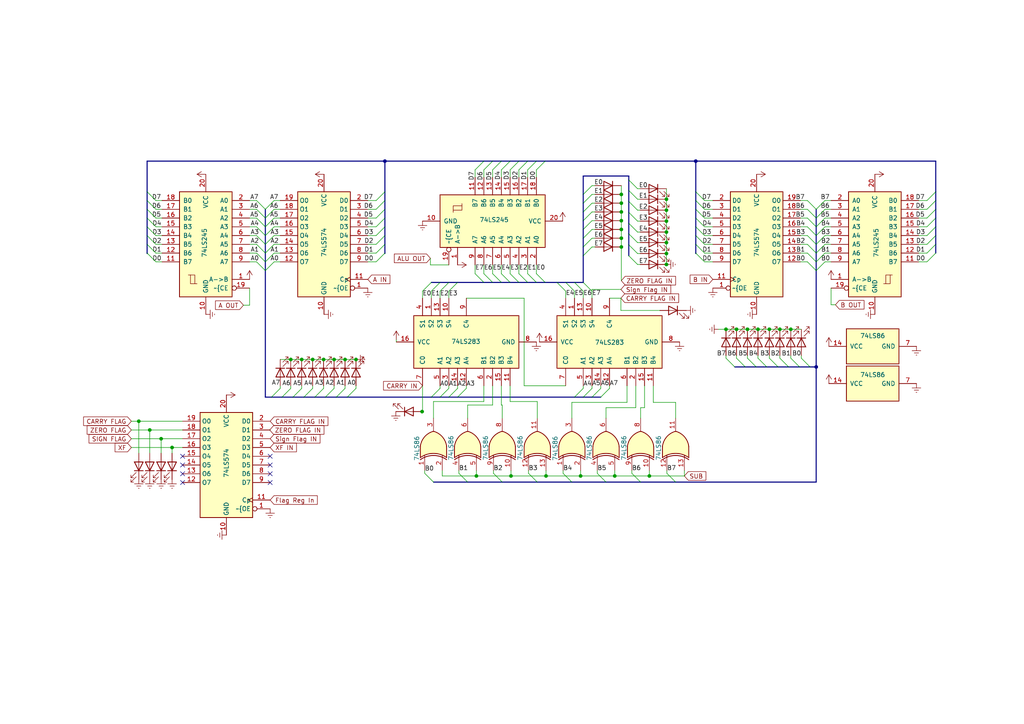
<source format=kicad_sch>
(kicad_sch (version 20211123) (generator eeschema)
  (paper "A4")
  (title_block (title "Processor-ALU") (date "2023-05-30") (rev "Last ") (company "Tonikiller10000"))
  (junction (at 87.503 104.267))
  (junction (at 219.837 95.504))
  (junction (at 229.362 95.504))
  (junction (at 180.213 61.468))
  (junction (at 180.213 69.088))
  (junction (at 180.213 58.928))
  (junction (at 193.294 73.533))
  (junction (at 103.251 104.267))
  (junction (at 223.139 95.504))
  (junction (at 93.853 104.267))
  (junction (at 216.789 95.504))
  (junction (at 43.434 124.714))
  (junction (at 193.294 60.96))
  (junction (at 226.187 95.504))
  (junction (at 49.911 129.794))
  (junction (at 96.901 104.267))
  (junction (at 178.308 138.049))
  (junction (at 193.294 67.31))
  (junction (at 201.803 46.736))
  (junction (at 188.341 138.049))
  (junction (at 180.213 71.628))
  (junction (at 168.402 138.049))
  (junction (at 100.076 104.267))
  (junction (at 46.736 127.254))
  (junction (at 148.209 138.049))
  (junction (at 138.176 138.049))
  (junction (at 180.213 64.008))
  (junction (at 193.294 70.358))
  (junction (at 193.294 57.785))
  (junction (at 122.428 119.38))
  (junction (at 213.614 95.504))
  (junction (at 236.728 106.426))
  (junction (at 210.566 95.504))
  (junction (at 90.678 104.267))
  (junction (at 111.633 46.736))
  (junction (at 158.369 138.049))
  (junction (at 40.259 122.174))
  (junction (at 180.213 56.388))
  (junction (at 180.213 66.548))
  (junction (at 193.294 76.708))
  (junction (at 193.294 64.135))
  (junction (at 84.328 104.267))
  (no_connect (at 52.959 132.334))
  (no_connect (at 52.959 134.874))
  (no_connect (at 52.959 137.414))
  (no_connect (at 52.959 139.954))
  (no_connect (at 78.359 137.414))
  (no_connect (at 78.359 134.874))
  (no_connect (at 78.359 139.954))
  (no_connect (at 78.359 132.334))
  (bus_entry (at 271.399 58.166) (size -2.54 2.54))
  (bus_entry (at 182.372 74.168) (size 2.54 2.54))
  (bus_entry (at 150.495 81.915) (size -2.54 -2.54))
  (bus_entry (at 216.154 106.426) (size -2.54 -2.54))
  (bus_entry (at 271.399 73.406) (size -2.54 2.54))
  (bus_entry (at 201.803 58.166) (size 2.54 2.54))
  (bus_entry (at 111.633 73.406) (size -2.54 2.54))
  (bus_entry (at 201.803 63.246) (size 2.54 2.54))
  (bus_entry (at 158.115 81.915) (size -2.54 -2.54))
  (bus_entry (at 271.399 70.866) (size -2.54 2.54))
  (bus_entry (at 234.95 106.426) (size -2.54 -2.54))
  (bus_entry (at 201.803 60.706) (size 2.54 2.54))
  (bus_entry (at 142.875 81.915) (size -2.54 -2.54))
  (bus_entry (at 182.372 64.77) (size 2.54 2.54))
  (bus_entry (at 182.372 52.197) (size 2.54 2.54))
  (bus_entry (at 271.399 60.706) (size -2.54 2.54))
  (bus_entry (at 147.955 81.915) (size -2.54 -2.54))
  (bus_entry (at 143.129 137.287) (size 2.54 2.54))
  (bus_entry (at 173.228 137.287) (size 2.54 2.54))
  (bus_entry (at 81.788 115.189) (size 2.54 -2.54))
  (bus_entry (at 236.728 70.866) (size 2.54 -2.54))
  (bus_entry (at 234.188 65.786) (size 2.54 2.54))
  (bus_entry (at 125.095 81.915) (size -2.54 2.54))
  (bus_entry (at 145.415 81.915) (size -2.54 -2.54))
  (bus_entry (at 231.902 106.426) (size -2.54 -2.54))
  (bus_entry (at 111.633 65.786) (size -2.54 2.54))
  (bus_entry (at 169.164 66.548) (size 2.54 -2.54))
  (bus_entry (at 182.372 55.245) (size 2.54 2.54))
  (bus_entry (at 213.106 106.426) (size -2.54 -2.54))
  (bus_entry (at 74.422 60.706) (size 2.54 2.54))
  (bus_entry (at 130.175 112.649) (size -2.54 2.54))
  (bus_entry (at 219.329 106.426) (size -2.54 -2.54))
  (bus_entry (at 236.728 78.486) (size 2.54 -2.54))
  (bus_entry (at 142.875 46.736) (size -2.54 2.54))
  (bus_entry (at 155.575 46.736) (size -2.54 2.54))
  (bus_entry (at 84.963 115.189) (size 2.54 -2.54))
  (bus_entry (at 176.784 112.649) (size -2.54 2.54))
  (bus_entry (at 164.084 81.915) (size 2.54 2.54))
  (bus_entry (at 111.633 68.326) (size -2.54 2.54))
  (bus_entry (at 174.244 112.649) (size -2.54 2.54))
  (bus_entry (at 147.955 46.736) (size -2.54 2.54))
  (bus_entry (at 271.399 63.246) (size -2.54 2.54))
  (bus_entry (at 132.715 112.649) (size -2.54 2.54))
  (bus_entry (at 271.399 68.326) (size -2.54 2.54))
  (bus_entry (at 132.715 81.915) (size -2.54 2.54))
  (bus_entry (at 111.633 70.866) (size -2.54 2.54))
  (bus_entry (at 182.372 61.595) (size 2.54 2.54))
  (bus_entry (at 171.704 112.649) (size -2.54 2.54))
  (bus_entry (at 155.575 81.915) (size -2.54 -2.54))
  (bus_entry (at 127.635 112.649) (size -2.54 2.54))
  (bus_entry (at 228.727 106.426) (size -2.54 -2.54))
  (bus_entry (at 76.962 70.866) (size 2.54 -2.54))
  (bus_entry (at 42.672 55.626) (size 2.54 2.54))
  (bus_entry (at 236.728 60.706) (size 2.54 -2.54))
  (bus_entry (at 140.335 46.736) (size -2.54 2.54))
  (bus_entry (at 182.372 70.993) (size 2.54 2.54))
  (bus_entry (at 74.422 70.866) (size 2.54 2.54))
  (bus_entry (at 201.803 65.786) (size 2.54 2.54))
  (bus_entry (at 42.672 65.786) (size 2.54 2.54))
  (bus_entry (at 271.399 65.786) (size -2.54 2.54))
  (bus_entry (at 236.728 65.786) (size 2.54 -2.54))
  (bus_entry (at 271.399 55.626) (size -2.54 2.54))
  (bus_entry (at 225.679 106.426) (size -2.54 -2.54))
  (bus_entry (at 74.422 68.326) (size 2.54 2.54))
  (bus_entry (at 169.164 61.468) (size 2.54 -2.54))
  (bus_entry (at 88.138 115.189) (size 2.54 -2.54))
  (bus_entry (at 111.633 58.166) (size -2.54 2.54))
  (bus_entry (at 130.175 81.915) (size -2.54 2.54))
  (bus_entry (at 78.74 115.189) (size 2.54 -2.54))
  (bus_entry (at 193.421 137.287) (size 2.54 2.54))
  (bus_entry (at 163.322 137.287) (size 2.54 2.54))
  (bus_entry (at 153.035 46.736) (size -2.54 2.54))
  (bus_entry (at 140.335 81.915) (size -2.54 -2.54))
  (bus_entry (at 76.962 75.946) (size 2.54 -2.54))
  (bus_entry (at 123.19 137.287) (size 2.54 2.54))
  (bus_entry (at 74.422 58.166) (size 2.54 2.54))
  (bus_entry (at 97.536 115.189) (size 2.54 -2.54))
  (bus_entry (at 145.415 46.736) (size -2.54 2.54))
  (bus_entry (at 153.035 81.915) (size -2.54 -2.54))
  (bus_entry (at 76.962 60.706) (size 2.54 -2.54))
  (bus_entry (at 166.624 81.915) (size 2.54 2.54))
  (bus_entry (at 42.672 73.406) (size 2.54 2.54))
  (bus_entry (at 234.188 68.326) (size 2.54 2.54))
  (bus_entry (at 74.422 65.786) (size 2.54 2.54))
  (bus_entry (at 42.672 63.246) (size 2.54 2.54))
  (bus_entry (at 201.803 68.326) (size 2.54 2.54))
  (bus_entry (at 234.188 63.246) (size 2.54 2.54))
  (bus_entry (at 234.188 75.946) (size 2.54 2.54))
  (bus_entry (at 42.672 60.706) (size 2.54 2.54))
  (bus_entry (at 169.164 112.649) (size -2.54 2.54))
  (bus_entry (at 74.422 75.946) (size 2.54 2.54))
  (bus_entry (at 169.164 71.628) (size 2.54 -2.54))
  (bus_entry (at 111.633 60.706) (size -2.54 2.54))
  (bus_entry (at 135.255 112.649) (size -2.54 2.54))
  (bus_entry (at 76.962 78.486) (size 2.54 -2.54))
  (bus_entry (at 169.164 56.388) (size 2.54 -2.54))
  (bus_entry (at 91.313 115.189) (size 2.54 -2.54))
  (bus_entry (at 236.728 73.406) (size 2.54 -2.54))
  (bus_entry (at 76.962 68.326) (size 2.54 -2.54))
  (bus_entry (at 236.728 63.246) (size 2.54 -2.54))
  (bus_entry (at 111.633 55.626) (size -2.54 2.54))
  (bus_entry (at 234.188 73.406) (size 2.54 2.54))
  (bus_entry (at 42.672 58.166) (size 2.54 2.54))
  (bus_entry (at 76.962 73.406) (size 2.54 -2.54))
  (bus_entry (at 201.803 73.406) (size 2.54 2.54))
  (bus_entry (at 201.803 55.626) (size 2.54 2.54))
  (bus_entry (at 236.728 75.946) (size 2.54 -2.54))
  (bus_entry (at 111.633 63.246) (size -2.54 2.54))
  (bus_entry (at 222.377 106.426) (size -2.54 -2.54))
  (bus_entry (at 169.164 64.008) (size 2.54 -2.54))
  (bus_entry (at 183.261 137.287) (size 2.54 2.54))
  (bus_entry (at 127.635 81.915) (size -2.54 2.54))
  (bus_entry (at 133.096 137.287) (size 2.54 2.54))
  (bus_entry (at 161.544 81.915) (size 2.54 2.54))
  (bus_entry (at 153.289 137.287) (size 2.54 2.54))
  (bus_entry (at 42.672 68.326) (size 2.54 2.54))
  (bus_entry (at 169.164 81.915) (size 2.54 2.54))
  (bus_entry (at 74.422 63.246) (size 2.54 2.54))
  (bus_entry (at 234.188 60.706) (size 2.54 2.54))
  (bus_entry (at 158.115 46.736) (size -2.54 2.54))
  (bus_entry (at 169.164 69.088) (size 2.54 -2.54))
  (bus_entry (at 234.188 58.166) (size 2.54 2.54))
  (bus_entry (at 169.164 74.168) (size 2.54 -2.54))
  (bus_entry (at 76.962 65.786) (size 2.54 -2.54))
  (bus_entry (at 182.372 58.42) (size 2.54 2.54))
  (bus_entry (at 169.164 58.928) (size 2.54 -2.54))
  (bus_entry (at 150.495 46.736) (size -2.54 2.54))
  (bus_entry (at 201.803 70.866) (size 2.54 2.54))
  (bus_entry (at 94.361 115.189) (size 2.54 -2.54))
  (bus_entry (at 42.672 70.866) (size 2.54 2.54))
  (bus_entry (at 100.711 115.189) (size 2.54 -2.54))
  (bus_entry (at 236.728 68.326) (size 2.54 -2.54))
  (bus_entry (at 74.422 73.406) (size 2.54 2.54))
  (bus_entry (at 76.962 63.246) (size 2.54 -2.54))
  (bus_entry (at 182.372 67.818) (size 2.54 2.54))
  (bus_entry (at 234.188 70.866) (size 2.54 2.54))
  (bus (pts (xy 236.728 75.946) (xy 236.728 78.486)))
  (wire (pts (xy 171.704 71.628) (xy 172.593 71.628)))
  (wire (pts (xy 72.39 68.326) (xy 74.422 68.326)))
  (wire (pts (xy 152.019 86.487) (xy 152.019 111.887)))
  (wire (pts (xy 45.212 68.326) (xy 46.99 68.326)))
  (wire (pts (xy 40.259 122.174) (xy 40.259 131.445)))
  (bus (pts (xy 201.803 65.786) (xy 201.803 68.326)))
  (wire (pts (xy 79.502 70.866) (xy 81.28 70.866)))
  (wire (pts (xy 72.39 73.406) (xy 74.422 73.406)))
  (wire (pts (xy 132.715 111.887) (xy 132.715 112.649)))
  (bus (pts (xy 155.829 139.827) (xy 165.862 139.827)))
  (bus (pts (xy 150.495 46.736) (xy 147.955 46.736)))
  (bus (pts (xy 201.803 60.706) (xy 201.803 63.246)))
  (bus (pts (xy 76.962 70.866) (xy 76.962 73.406)))
  (wire (pts (xy 204.343 65.786) (xy 206.756 65.786)))
  (bus (pts (xy 155.575 46.736) (xy 153.035 46.736)))
  (bus (pts (xy 166.624 115.189) (xy 132.715 115.189)))
  (wire (pts (xy 145.415 49.276) (xy 145.415 51.435)))
  (wire (pts (xy 128.27 136.525) (xy 128.27 138.049)))
  (bus (pts (xy 145.669 139.827) (xy 155.829 139.827)))
  (wire (pts (xy 147.955 116.459) (xy 147.955 111.887)))
  (wire (pts (xy 189.484 116.713) (xy 189.484 111.887)))
  (bus (pts (xy 94.361 115.189) (xy 97.536 115.189)))
  (wire (pts (xy 239.268 65.786) (xy 241.046 65.786)))
  (wire (pts (xy 145.669 117.475) (xy 145.669 121.285)))
  (wire (pts (xy 138.176 138.049) (xy 138.176 136.525)))
  (wire (pts (xy 232.156 75.946) (xy 234.188 75.946)))
  (wire (pts (xy 130.175 84.455) (xy 130.175 86.487)))
  (bus (pts (xy 182.372 58.42) (xy 182.372 61.595)))
  (wire (pts (xy 84.328 104.267) (xy 87.503 104.267)))
  (wire (pts (xy 268.859 70.866) (xy 266.446 70.866)))
  (bus (pts (xy 164.084 81.915) (xy 166.624 81.915)))
  (wire (pts (xy 193.294 60.96) (xy 193.294 64.135)))
  (bus (pts (xy 201.803 63.246) (xy 201.803 65.786)))
  (bus (pts (xy 76.962 63.246) (xy 76.962 65.786)))
  (wire (pts (xy 232.156 70.866) (xy 234.188 70.866)))
  (wire (pts (xy 232.156 68.326) (xy 234.188 68.326)))
  (wire (pts (xy 242.316 88.392) (xy 241.046 88.392)))
  (bus (pts (xy 175.768 139.827) (xy 185.801 139.827)))
  (wire (pts (xy 155.829 121.285) (xy 155.829 116.459)))
  (wire (pts (xy 145.415 117.475) (xy 145.415 111.887)))
  (wire (pts (xy 184.912 64.135) (xy 185.674 64.135)))
  (bus (pts (xy 201.803 58.166) (xy 201.803 60.706)))
  (wire (pts (xy 184.912 57.785) (xy 185.674 57.785)))
  (wire (pts (xy 109.093 68.326) (xy 106.68 68.326)))
  (bus (pts (xy 150.495 81.915) (xy 153.035 81.915)))
  (bus (pts (xy 234.95 106.426) (xy 236.728 106.426)))
  (wire (pts (xy 72.39 75.946) (xy 74.422 75.946)))
  (wire (pts (xy 72.39 58.166) (xy 74.422 58.166)))
  (bus (pts (xy 42.672 46.736) (xy 111.633 46.736)))
  (wire (pts (xy 81.28 104.267) (xy 84.328 104.267)))
  (wire (pts (xy 79.502 58.166) (xy 81.28 58.166)))
  (wire (pts (xy 232.156 65.786) (xy 234.188 65.786)))
  (bus (pts (xy 76.962 68.326) (xy 76.962 70.866)))
  (bus (pts (xy 222.377 106.426) (xy 219.329 106.426)))
  (bus (pts (xy 236.728 70.866) (xy 236.728 73.406)))
  (wire (pts (xy 155.575 49.276) (xy 155.575 51.435)))
  (wire (pts (xy 122.555 84.455) (xy 122.555 86.487)))
  (wire (pts (xy 180.213 56.388) (xy 180.213 58.928)))
  (bus (pts (xy 219.329 106.426) (xy 216.154 106.426)))
  (wire (pts (xy 193.294 73.533) (xy 193.294 76.708)))
  (wire (pts (xy 184.912 76.708) (xy 185.674 76.708)))
  (wire (pts (xy 168.402 138.049) (xy 168.402 136.525)))
  (wire (pts (xy 185.801 118.237) (xy 186.944 118.237)))
  (wire (pts (xy 208.407 95.504) (xy 210.566 95.504)))
  (bus (pts (xy 111.633 46.736) (xy 111.633 55.626)))
  (wire (pts (xy 204.343 58.166) (xy 206.756 58.166)))
  (bus (pts (xy 111.633 70.866) (xy 111.633 73.406)))
  (wire (pts (xy 140.335 116.459) (xy 140.335 111.887)))
  (bus (pts (xy 271.399 58.166) (xy 271.399 60.706)))
  (wire (pts (xy 46.736 127.254) (xy 46.736 131.445)))
  (wire (pts (xy 125.095 84.455) (xy 125.095 86.487)))
  (wire (pts (xy 127.635 84.455) (xy 127.635 86.487)))
  (wire (pts (xy 138.176 138.049) (xy 148.209 138.049)))
  (wire (pts (xy 268.859 58.166) (xy 266.446 58.166)))
  (bus (pts (xy 111.633 55.626) (xy 111.633 58.166)))
  (bus (pts (xy 182.372 51.054) (xy 169.164 51.054)))
  (bus (pts (xy 147.955 46.736) (xy 145.415 46.736)))
  (wire (pts (xy 40.259 122.174) (xy 52.959 122.174)))
  (bus (pts (xy 111.633 46.736) (xy 140.335 46.736)))
  (bus (pts (xy 182.372 64.77) (xy 182.372 67.818)))
  (bus (pts (xy 111.633 65.786) (xy 111.633 68.326)))
  (bus (pts (xy 182.372 51.054) (xy 182.372 52.197)))
  (wire (pts (xy 174.244 111.887) (xy 174.244 112.649)))
  (bus (pts (xy 201.803 73.406) (xy 201.803 73.533)))
  (bus (pts (xy 236.728 60.706) (xy 236.728 63.246)))
  (wire (pts (xy 43.434 124.714) (xy 52.959 124.714)))
  (wire (pts (xy 79.502 63.246) (xy 81.28 63.246)))
  (bus (pts (xy 42.672 73.406) (xy 42.672 73.533)))
  (bus (pts (xy 231.902 106.426) (xy 228.727 106.426)))
  (bus (pts (xy 182.372 67.818) (xy 182.372 70.993)))
  (wire (pts (xy 135.636 117.475) (xy 142.875 117.475)))
  (bus (pts (xy 169.164 64.008) (xy 169.164 66.548)))
  (wire (pts (xy 193.294 54.737) (xy 193.294 57.785)))
  (bus (pts (xy 271.399 65.786) (xy 271.399 68.326)))
  (wire (pts (xy 193.421 136.525) (xy 193.421 137.287)))
  (wire (pts (xy 239.268 75.946) (xy 241.046 75.946)))
  (bus (pts (xy 228.727 106.426) (xy 225.679 106.426)))
  (wire (pts (xy 109.093 65.786) (xy 106.68 65.786)))
  (wire (pts (xy 180.086 86.487) (xy 176.784 86.487)))
  (bus (pts (xy 125.73 139.827) (xy 135.636 139.827)))
  (wire (pts (xy 142.875 49.276) (xy 142.875 51.435)))
  (wire (pts (xy 185.801 121.285) (xy 185.801 118.237)))
  (wire (pts (xy 100.076 104.267) (xy 103.251 104.267)))
  (bus (pts (xy 185.801 139.827) (xy 195.961 139.827)))
  (bus (pts (xy 236.728 139.827) (xy 236.728 106.426)))
  (wire (pts (xy 176.784 111.887) (xy 176.784 112.649)))
  (bus (pts (xy 169.164 71.628) (xy 169.164 74.168)))
  (wire (pts (xy 140.335 49.276) (xy 140.335 51.435)))
  (wire (pts (xy 195.961 116.713) (xy 189.484 116.713)))
  (wire (pts (xy 90.678 111.887) (xy 90.678 112.649)))
  (bus (pts (xy 130.175 115.189) (xy 127.635 115.189)))
  (bus (pts (xy 236.728 68.326) (xy 236.728 70.866)))
  (wire (pts (xy 184.912 73.533) (xy 185.674 73.533)))
  (wire (pts (xy 81.28 112.649) (xy 81.28 111.887)))
  (wire (pts (xy 155.829 116.459) (xy 147.955 116.459)))
  (bus (pts (xy 42.672 55.626) (xy 42.672 58.166)))
  (wire (pts (xy 171.704 66.548) (xy 172.593 66.548)))
  (bus (pts (xy 271.399 60.706) (xy 271.399 63.246)))
  (bus (pts (xy 236.728 63.246) (xy 236.728 65.786)))
  (bus (pts (xy 169.164 51.054) (xy 169.164 56.388)))
  (wire (pts (xy 239.268 70.866) (xy 241.046 70.866)))
  (wire (pts (xy 38.1 124.714) (xy 43.434 124.714)))
  (wire (pts (xy 79.502 60.706) (xy 81.28 60.706)))
  (wire (pts (xy 45.212 65.786) (xy 46.99 65.786)))
  (bus (pts (xy 201.803 46.736) (xy 271.399 46.736)))
  (wire (pts (xy 239.268 68.326) (xy 241.046 68.326)))
  (bus (pts (xy 155.575 46.736) (xy 158.115 46.736)))
  (bus (pts (xy 271.399 55.626) (xy 271.399 58.166)))
  (wire (pts (xy 165.862 121.285) (xy 165.862 116.713)))
  (wire (pts (xy 155.575 79.375) (xy 155.575 76.835)))
  (bus (pts (xy 76.962 75.946) (xy 76.962 78.486)))
  (bus (pts (xy 111.633 58.166) (xy 111.633 60.706)))
  (wire (pts (xy 241.046 88.392) (xy 241.046 83.566)))
  (wire (pts (xy 166.624 84.455) (xy 166.624 86.487)))
  (wire (pts (xy 135.255 111.887) (xy 135.255 112.649)))
  (bus (pts (xy 127.635 115.189) (xy 125.095 115.189)))
  (wire (pts (xy 268.859 63.246) (xy 266.446 63.246)))
  (bus (pts (xy 236.728 65.786) (xy 236.728 68.326)))
  (bus (pts (xy 271.399 68.326) (xy 271.399 70.866)))
  (bus (pts (xy 169.164 69.088) (xy 169.164 71.628)))
  (wire (pts (xy 195.961 121.285) (xy 195.961 116.713)))
  (wire (pts (xy 100.076 112.649) (xy 100.076 111.887)))
  (bus (pts (xy 158.115 46.736) (xy 201.803 46.736)))
  (wire (pts (xy 219.837 95.504) (xy 223.139 95.504)))
  (bus (pts (xy 42.672 58.166) (xy 42.672 60.706)))
  (bus (pts (xy 125.095 115.189) (xy 100.711 115.189)))
  (wire (pts (xy 204.343 75.946) (xy 206.756 75.946)))
  (wire (pts (xy 45.212 70.866) (xy 46.99 70.866)))
  (bus (pts (xy 216.154 106.426) (xy 213.106 106.426)))
  (wire (pts (xy 213.614 103.886) (xy 213.614 103.124)))
  (bus (pts (xy 169.164 66.548) (xy 169.164 69.088)))
  (wire (pts (xy 153.035 79.375) (xy 153.035 76.835)))
  (wire (pts (xy 125.73 121.285) (xy 125.73 116.459)))
  (wire (pts (xy 223.139 95.504) (xy 226.187 95.504)))
  (wire (pts (xy 184.404 118.237) (xy 184.404 111.887)))
  (wire (pts (xy 147.955 49.276) (xy 147.955 51.435)))
  (wire (pts (xy 140.335 79.375) (xy 140.335 76.835)))
  (wire (pts (xy 219.837 103.886) (xy 219.837 103.124)))
  (wire (pts (xy 96.901 112.649) (xy 96.901 111.887)))
  (bus (pts (xy 42.672 55.626) (xy 42.672 46.736)))
  (bus (pts (xy 201.803 68.326) (xy 201.803 70.866)))
  (wire (pts (xy 180.213 81.407) (xy 180.213 71.628)))
  (bus (pts (xy 91.313 115.189) (xy 94.361 115.189)))
  (bus (pts (xy 271.399 46.736) (xy 271.399 55.626)))
  (wire (pts (xy 171.704 84.455) (xy 171.704 86.487)))
  (wire (pts (xy 38.1 127.254) (xy 46.736 127.254)))
  (wire (pts (xy 128.27 138.049) (xy 138.176 138.049)))
  (wire (pts (xy 153.035 49.276) (xy 153.035 51.435)))
  (wire (pts (xy 180.213 58.928) (xy 180.213 61.468)))
  (wire (pts (xy 72.39 70.866) (xy 74.422 70.866)))
  (wire (pts (xy 268.859 73.406) (xy 266.446 73.406)))
  (wire (pts (xy 46.736 127.254) (xy 52.959 127.254)))
  (bus (pts (xy 169.164 115.189) (xy 166.624 115.189)))
  (wire (pts (xy 216.789 95.504) (xy 219.837 95.504)))
  (wire (pts (xy 96.901 104.267) (xy 100.076 104.267)))
  (bus (pts (xy 236.728 73.406) (xy 236.728 75.946)))
  (bus (pts (xy 130.175 81.915) (xy 132.715 81.915)))
  (wire (pts (xy 133.096 136.525) (xy 133.096 137.287)))
  (wire (pts (xy 183.261 136.525) (xy 183.261 137.287)))
  (wire (pts (xy 168.402 138.049) (xy 178.308 138.049)))
  (wire (pts (xy 93.853 104.267) (xy 96.901 104.267)))
  (wire (pts (xy 198.501 138.049) (xy 198.501 136.525)))
  (wire (pts (xy 72.39 60.706) (xy 74.422 60.706)))
  (wire (pts (xy 150.495 49.276) (xy 150.495 51.435)))
  (wire (pts (xy 145.415 79.375) (xy 145.415 76.835)))
  (bus (pts (xy 147.955 81.915) (xy 150.495 81.915)))
  (wire (pts (xy 180.213 69.088) (xy 180.213 71.628)))
  (bus (pts (xy 182.372 61.595) (xy 182.372 64.77)))
  (wire (pts (xy 191.389 90.043) (xy 180.086 90.043)))
  (wire (pts (xy 184.912 54.737) (xy 185.674 54.737)))
  (wire (pts (xy 43.434 124.714) (xy 43.434 131.445)))
  (wire (pts (xy 204.343 60.706) (xy 206.756 60.706)))
  (wire (pts (xy 109.093 60.706) (xy 106.68 60.706)))
  (bus (pts (xy 201.803 46.736) (xy 201.803 55.626)))
  (wire (pts (xy 239.268 60.706) (xy 241.046 60.706)))
  (bus (pts (xy 42.672 70.866) (xy 42.672 73.406)))
  (wire (pts (xy 72.39 65.786) (xy 74.422 65.786)))
  (wire (pts (xy 180.213 64.008) (xy 180.213 66.548)))
  (wire (pts (xy 184.912 67.31) (xy 185.674 67.31)))
  (wire (pts (xy 180.213 66.548) (xy 180.213 69.088)))
  (bus (pts (xy 169.164 56.388) (xy 169.164 58.928)))
  (wire (pts (xy 171.704 58.928) (xy 172.593 58.928)))
  (bus (pts (xy 225.679 106.426) (xy 222.377 106.426)))
  (wire (pts (xy 193.294 57.785) (xy 193.294 60.96)))
  (bus (pts (xy 97.536 115.189) (xy 100.711 115.189)))
  (wire (pts (xy 153.289 136.525) (xy 153.289 137.287)))
  (bus (pts (xy 140.335 46.736) (xy 142.875 46.736)))
  (wire (pts (xy 122.555 111.887) (xy 122.555 119.38)))
  (wire (pts (xy 229.362 103.886) (xy 229.362 103.124)))
  (wire (pts (xy 49.911 129.794) (xy 52.959 129.794)))
  (wire (pts (xy 124.841 76.835) (xy 124.841 74.93)))
  (bus (pts (xy 195.961 139.827) (xy 236.728 139.827)))
  (bus (pts (xy 76.962 115.189) (xy 78.74 115.189)))
  (wire (pts (xy 158.369 138.049) (xy 158.369 136.525)))
  (bus (pts (xy 182.372 55.245) (xy 182.372 58.42)))
  (bus (pts (xy 165.862 139.827) (xy 175.768 139.827)))
  (wire (pts (xy 171.704 61.468) (xy 172.593 61.468)))
  (wire (pts (xy 135.255 86.487) (xy 152.019 86.487)))
  (wire (pts (xy 84.328 112.649) (xy 84.328 111.887)))
  (wire (pts (xy 45.212 73.406) (xy 46.99 73.406)))
  (wire (pts (xy 137.795 79.375) (xy 137.795 76.835)))
  (wire (pts (xy 38.1 122.174) (xy 40.259 122.174)))
  (wire (pts (xy 173.228 136.525) (xy 173.228 137.287)))
  (bus (pts (xy 42.672 68.326) (xy 42.672 70.866)))
  (wire (pts (xy 171.704 111.887) (xy 171.704 112.649)))
  (bus (pts (xy 169.164 61.468) (xy 169.164 64.008)))
  (wire (pts (xy 268.859 75.946) (xy 266.446 75.946)))
  (wire (pts (xy 145.669 117.475) (xy 145.415 117.475)))
  (wire (pts (xy 169.164 111.887) (xy 169.164 112.649)))
  (bus (pts (xy 236.728 78.486) (xy 236.728 106.426)))
  (bus (pts (xy 161.544 81.915) (xy 164.084 81.915)))
  (wire (pts (xy 127.635 111.887) (xy 127.635 112.649)))
  (bus (pts (xy 111.633 60.706) (xy 111.633 63.246)))
  (wire (pts (xy 188.341 138.049) (xy 188.341 136.525)))
  (bus (pts (xy 135.636 139.827) (xy 145.669 139.827)))
  (wire (pts (xy 109.093 58.166) (xy 106.68 58.166)))
  (wire (pts (xy 171.704 64.008) (xy 172.593 64.008)))
  (wire (pts (xy 226.187 95.504) (xy 229.362 95.504)))
  (wire (pts (xy 216.789 103.886) (xy 216.789 103.124)))
  (wire (pts (xy 210.566 103.886) (xy 210.566 103.124)))
  (wire (pts (xy 93.853 112.649) (xy 93.853 111.887)))
  (wire (pts (xy 171.704 56.388) (xy 172.593 56.388)))
  (bus (pts (xy 155.575 81.915) (xy 158.115 81.915)))
  (bus (pts (xy 78.74 115.189) (xy 81.788 115.189)))
  (wire (pts (xy 226.187 103.886) (xy 226.187 103.124)))
  (wire (pts (xy 148.209 138.049) (xy 148.209 136.525)))
  (bus (pts (xy 142.875 81.915) (xy 145.415 81.915)))
  (wire (pts (xy 142.875 117.475) (xy 142.875 111.887)))
  (wire (pts (xy 90.678 104.267) (xy 93.853 104.267)))
  (wire (pts (xy 232.156 60.706) (xy 234.188 60.706)))
  (wire (pts (xy 137.795 49.276) (xy 137.795 51.435)))
  (wire (pts (xy 175.768 121.285) (xy 175.768 118.237)))
  (bus (pts (xy 81.788 115.189) (xy 84.963 115.189)))
  (wire (pts (xy 103.251 112.649) (xy 103.251 111.887)))
  (wire (pts (xy 193.294 70.358) (xy 193.294 73.533)))
  (wire (pts (xy 171.704 53.848) (xy 172.593 53.848)))
  (bus (pts (xy 111.633 68.326) (xy 111.633 70.866)))
  (wire (pts (xy 180.213 61.468) (xy 180.213 64.008)))
  (wire (pts (xy 79.502 75.946) (xy 81.28 75.946)))
  (wire (pts (xy 87.503 104.267) (xy 90.678 104.267)))
  (wire (pts (xy 164.084 84.455) (xy 164.084 86.487)))
  (bus (pts (xy 42.672 65.786) (xy 42.672 68.326)))
  (wire (pts (xy 193.294 67.31) (xy 193.294 70.358)))
  (wire (pts (xy 38.1 129.794) (xy 49.911 129.794)))
  (wire (pts (xy 150.495 79.375) (xy 150.495 76.835)))
  (wire (pts (xy 181.864 116.713) (xy 181.864 111.887)))
  (wire (pts (xy 188.341 138.049) (xy 198.501 138.049)))
  (bus (pts (xy 76.962 65.786) (xy 76.962 68.326)))
  (bus (pts (xy 182.372 52.197) (xy 182.372 55.245)))
  (bus (pts (xy 145.415 46.736) (xy 142.875 46.736)))
  (wire (pts (xy 130.175 111.887) (xy 130.175 112.649)))
  (wire (pts (xy 72.39 83.566) (xy 72.39 88.519)))
  (wire (pts (xy 45.212 75.946) (xy 46.99 75.946)))
  (bus (pts (xy 145.415 81.915) (xy 147.955 81.915)))
  (bus (pts (xy 153.035 46.736) (xy 150.495 46.736)))
  (wire (pts (xy 180.213 53.848) (xy 180.213 56.388)))
  (wire (pts (xy 147.955 79.375) (xy 147.955 76.835)))
  (wire (pts (xy 268.859 60.706) (xy 266.446 60.706)))
  (wire (pts (xy 186.944 118.237) (xy 186.944 111.887)))
  (wire (pts (xy 123.19 136.525) (xy 123.19 137.287)))
  (wire (pts (xy 165.862 116.713) (xy 181.864 116.713)))
  (wire (pts (xy 204.343 68.326) (xy 206.756 68.326)))
  (wire (pts (xy 184.912 60.96) (xy 185.674 60.96)))
  (wire (pts (xy 109.093 70.866) (xy 106.68 70.866)))
  (wire (pts (xy 109.093 73.406) (xy 106.68 73.406)))
  (bus (pts (xy 76.962 73.406) (xy 76.962 75.946)))
  (wire (pts (xy 239.268 58.166) (xy 241.046 58.166)))
  (wire (pts (xy 204.343 70.866) (xy 206.756 70.866)))
  (wire (pts (xy 268.859 68.326) (xy 266.446 68.326)))
  (wire (pts (xy 114.935 99.187) (xy 114.935 98.552)))
  (bus (pts (xy 84.963 115.189) (xy 88.138 115.189)))
  (bus (pts (xy 127.635 81.915) (xy 130.175 81.915)))
  (wire (pts (xy 184.912 70.358) (xy 185.674 70.358)))
  (wire (pts (xy 45.212 58.166) (xy 46.99 58.166)))
  (wire (pts (xy 204.343 73.406) (xy 206.756 73.406)))
  (wire (pts (xy 178.308 138.049) (xy 178.308 136.525)))
  (wire (pts (xy 45.212 60.706) (xy 46.99 60.706)))
  (bus (pts (xy 153.035 81.915) (xy 155.575 81.915)))
  (bus (pts (xy 111.633 73.406) (xy 111.633 73.533)))
  (wire (pts (xy 178.308 138.049) (xy 188.341 138.049)))
  (bus (pts (xy 158.115 81.915) (xy 161.544 81.915)))
  (wire (pts (xy 193.294 64.135) (xy 193.294 67.31)))
  (bus (pts (xy 111.633 63.246) (xy 111.633 65.786)))
  (wire (pts (xy 213.614 95.504) (xy 216.789 95.504)))
  (wire (pts (xy 79.502 65.786) (xy 81.28 65.786)))
  (wire (pts (xy 142.875 79.375) (xy 142.875 76.835)))
  (wire (pts (xy 232.156 63.246) (xy 234.188 63.246)))
  (wire (pts (xy 163.322 136.525) (xy 163.322 137.287)))
  (bus (pts (xy 271.399 70.866) (xy 271.399 73.406)))
  (wire (pts (xy 125.73 116.459) (xy 140.335 116.459)))
  (bus (pts (xy 231.902 106.426) (xy 234.95 106.426)))
  (bus (pts (xy 201.803 70.866) (xy 201.803 73.406)))
  (wire (pts (xy 232.41 103.886) (xy 232.41 103.124)))
  (bus (pts (xy 42.672 60.706) (xy 42.672 63.246)))
  (wire (pts (xy 180.086 83.947) (xy 171.704 83.947)))
  (wire (pts (xy 152.019 111.887) (xy 164.084 111.887)))
  (wire (pts (xy 171.704 69.088) (xy 172.593 69.088)))
  (wire (pts (xy 49.911 129.794) (xy 49.911 131.445)))
  (wire (pts (xy 223.139 103.886) (xy 223.139 103.124)))
  (wire (pts (xy 175.768 118.237) (xy 184.404 118.237)))
  (wire (pts (xy 180.086 90.043) (xy 180.086 86.487)))
  (wire (pts (xy 158.369 138.049) (xy 168.402 138.049)))
  (wire (pts (xy 204.343 63.246) (xy 206.756 63.246)))
  (bus (pts (xy 182.372 70.993) (xy 182.372 74.168)))
  (wire (pts (xy 232.156 73.406) (xy 234.188 73.406)))
  (wire (pts (xy 78.359 124.714) (xy 78.232 124.714)))
  (wire (pts (xy 169.164 84.455) (xy 169.164 86.487)))
  (wire (pts (xy 109.093 75.946) (xy 106.68 75.946)))
  (wire (pts (xy 79.502 73.406) (xy 81.28 73.406)))
  (wire (pts (xy 232.156 58.166) (xy 234.188 58.166)))
  (bus (pts (xy 88.138 115.189) (xy 91.313 115.189)))
  (bus (pts (xy 174.244 115.189) (xy 171.704 115.189)))
  (bus (pts (xy 132.715 81.915) (xy 140.335 81.915)))
  (bus (pts (xy 125.095 81.915) (xy 127.635 81.915)))
  (wire (pts (xy 79.502 68.326) (xy 81.28 68.326)))
  (wire (pts (xy 210.566 95.504) (xy 213.614 95.504)))
  (wire (pts (xy 239.268 63.246) (xy 241.046 63.246)))
  (bus (pts (xy 271.399 63.246) (xy 271.399 65.786)))
  (bus (pts (xy 76.962 78.486) (xy 76.962 115.189)))
  (wire (pts (xy 135.636 121.285) (xy 135.636 117.475)))
  (wire (pts (xy 143.129 136.525) (xy 143.129 137.287)))
  (bus (pts (xy 140.335 81.915) (xy 142.875 81.915)))
  (wire (pts (xy 72.39 63.246) (xy 74.422 63.246)))
  (bus (pts (xy 76.962 60.706) (xy 76.962 63.246)))
  (bus (pts (xy 42.672 63.246) (xy 42.672 65.786)))
  (wire (pts (xy 122.555 119.38) (xy 122.428 119.38)))
  (wire (pts (xy 45.212 63.246) (xy 46.99 63.246)))
  (bus (pts (xy 171.704 115.189) (xy 169.164 115.189)))
  (bus (pts (xy 169.164 58.928) (xy 169.164 61.468)))
  (wire (pts (xy 87.503 112.649) (xy 87.503 111.887)))
  (wire (pts (xy 268.859 65.786) (xy 266.446 65.786)))
  (wire (pts (xy 229.362 95.504) (xy 232.41 95.504)))
  (bus (pts (xy 132.715 115.189) (xy 130.175 115.189)))
  (bus (pts (xy 169.164 74.168) (xy 169.164 81.915)))
  (wire (pts (xy 72.39 88.519) (xy 70.612 88.519)))
  (wire (pts (xy 171.704 83.947) (xy 171.704 84.455)))
  (wire (pts (xy 130.175 76.835) (xy 124.841 76.835)))
  (wire (pts (xy 109.093 63.246) (xy 106.68 63.246)))
  (bus (pts (xy 201.803 55.626) (xy 201.803 58.166)))
  (wire (pts (xy 239.268 73.406) (xy 241.046 73.406)))
  (wire (pts (xy 148.209 138.049) (xy 158.369 138.049)))
  (bus (pts (xy 166.624 81.915) (xy 169.164 81.915)))
  (label "D1" (at 206.375 73.406 180))
  (label "D3" (at 46.863 68.326 180))
  (label "A7" (at 176.784 112.141 0))
  (label "B1" (at 233.553 73.406 180))
  (label "B1" (at 229.362 103.505 180))
  (label "A0" (at 72.644 75.946 0))
  (label "B5" (at 216.789 103.505 180))
  (label "B4" (at 163.322 136.779 0))
  (label "A7" (at 80.772 58.166 180))
  (label "D3" (at 268.351 68.326 180))
  (label "D2" (at 206.375 70.866 180))
  (label "A1" (at 100.076 112.014 180))
  (label "A6" (at 80.772 60.706 180))
  (label "B4" (at 240.792 65.786 180))
  (label "B7" (at 240.665 58.166 180))
  (label "E1" (at 153.035 78.613 0))
  (label "A0" (at 127.635 112.268 0))
  (label "A6" (at 174.244 112.141 0))
  (label "E5" (at 166.624 85.979 0))
  (label "A2" (at 132.715 112.268 0))
  (label "D5" (at 46.736 63.246 180))
  (label "A2" (at 72.644 70.866 0))
  (label "B2" (at 240.792 70.866 180))
  (label "E7" (at 172.339 71.628 0))
  (label "E2" (at 185.293 60.96 0))
  (label "D3" (at 108.331 68.326 180))
  (label "A4" (at 90.678 112.141 180))
  (label "A7" (at 72.517 58.166 0))
  (label "E5" (at 142.875 78.613 0))
  (label "B1" (at 240.792 73.406 180))
  (label "E7" (at 185.293 76.708 0))
  (label "D6" (at 46.736 60.706 180))
  (label "D4" (at 108.331 65.786 180))
  (label "B5" (at 173.228 136.779 0))
  (label "D7" (at 137.795 49.657 270))
  (label "E4" (at 145.415 78.613 0))
  (label "A6" (at 72.517 60.706 0))
  (label "D6" (at 268.224 60.706 180))
  (label "A2" (at 80.899 70.866 180))
  (label "E0" (at 122.555 86.106 0))
  (label "B7" (at 193.421 136.779 0))
  (label "E6" (at 185.293 73.533 0))
  (label "D0" (at 108.331 75.946 180))
  (label "D2" (at 108.331 70.866 180))
  (label "A1" (at 130.175 112.268 0))
  (label "E5" (at 172.339 66.548 0))
  (label "D4" (at 46.863 65.786 180))
  (label "D5" (at 268.224 63.246 180))
  (label "E2" (at 150.495 78.613 0))
  (label "D5" (at 108.204 63.246 180))
  (label "E1" (at 125.095 86.106 0))
  (label "B0" (at 240.792 75.946 180))
  (label "B7" (at 210.566 103.505 180))
  (label "D0" (at 206.375 75.946 180))
  (label "A4" (at 169.164 112.268 0))
  (label "D1" (at 46.863 73.406 180))
  (label "E7" (at 137.795 78.613 0))
  (label "B2" (at 226.187 103.505 180))
  (label "B2" (at 233.553 70.866 180))
  (label "A4" (at 80.899 65.786 180))
  (label "D1" (at 108.331 73.406 180))
  (label "A0" (at 80.899 75.946 180))
  (label "B0" (at 233.553 75.946 180))
  (label "A1" (at 80.899 73.406 180))
  (label "A3" (at 135.255 112.268 0))
  (label "D7" (at 46.736 58.166 180))
  (label "A3" (at 80.899 68.326 180))
  (label "E2" (at 127.635 86.106 0))
  (label "D0" (at 46.863 75.946 180))
  (label "A3" (at 72.644 68.326 0))
  (label "D2" (at 150.495 49.53 270))
  (label "D1" (at 153.035 49.53 270))
  (label "E6" (at 169.164 85.979 0))
  (label "A5" (at 171.704 112.141 0))
  (label "D4" (at 145.415 49.53 270))
  (label "D0" (at 268.351 75.946 180))
  (label "B6" (at 240.665 60.706 180))
  (label "A7" (at 81.28 112.014 180))
  (label "A5" (at 80.772 63.246 180))
  (label "A6" (at 84.328 112.141 180))
  (label "A4" (at 72.644 65.786 0))
  (label "D6" (at 140.335 49.657 270))
  (label "A5" (at 87.503 112.141 180))
  (label "B3" (at 240.792 68.326 180))
  (label "E3" (at 147.955 78.613 0))
  (label "E2" (at 172.339 58.928 0))
  (label "E0" (at 155.575 78.613 0))
  (label "E6" (at 172.339 69.088 0))
  (label "B4" (at 219.837 103.505 180))
  (label "B2" (at 143.129 136.779 0))
  (label "A1" (at 72.644 73.406 0))
  (label "B3" (at 153.289 136.779 0))
  (label "E1" (at 185.293 57.785 0))
  (label "E3" (at 185.293 64.135 0))
  (label "D6" (at 108.204 60.706 180))
  (label "D5" (at 142.875 49.657 270))
  (label "E0" (at 185.293 54.737 0))
  (label "E4" (at 172.339 64.008 0))
  (label "D6" (at 206.248 60.706 180))
  (label "E5" (at 185.293 70.358 0))
  (label "B1" (at 133.096 136.779 0))
  (label "D2" (at 268.351 70.866 180))
  (label "B0" (at 123.19 136.906 0))
  (label "D5" (at 206.248 63.246 180))
  (label "A2" (at 96.901 112.014 180))
  (label "E6" (at 140.335 78.613 0))
  (label "A0" (at 103.251 112.014 180))
  (label "B3" (at 233.553 68.326 180))
  (label "D3" (at 147.955 49.53 270))
  (label "D0" (at 155.575 49.53 270))
  (label "B3" (at 223.139 103.505 180))
  (label "D3" (at 206.375 68.326 180))
  (label "D4" (at 206.375 65.786 180))
  (label "B0" (at 232.41 103.505 180))
  (label "D7" (at 268.224 58.166 180))
  (label "B7" (at 233.426 58.166 180))
  (label "B6" (at 213.614 103.505 180))
  (label "A5" (at 72.517 63.246 0))
  (label "B5" (at 233.426 63.246 180))
  (label "D2" (at 46.863 70.866 180))
  (label "E0" (at 172.339 53.848 0))
  (label "E7" (at 171.704 85.979 0))
  (label "E4" (at 185.293 67.31 0))
  (label "B6" (at 233.426 60.706 180))
  (label "E1" (at 172.339 56.388 0))
  (label "E3" (at 130.175 86.106 0))
  (label "B5" (at 240.665 63.246 180))
  (label "B4" (at 233.553 65.786 180))
  (label "D4" (at 268.351 65.786 180))
  (label "B6" (at 183.261 136.779 0))
  (label "D7" (at 108.204 58.166 180))
  (label "E3" (at 172.339 61.468 0))
  (label "D7" (at 206.248 58.166 180))
  (label "A3" (at 93.853 112.014 180))
  (label "E4" (at 164.084 85.979 0))
  (label "D1" (at 268.351 73.406 180))
  (global_label "Flag Reg In" (shape input) (at 78.359 145.034 0) (property "Intersheet References" "${INTERSHEET_REFS}" (effects hide)))
  (global_label "ZERO FLAG" (shape input) (at 38.1 124.714 180) (property "Intersheet References" "${INTERSHEET_REFS}" (effects hide)))
  (global_label "SUB" (shape input) (at 198.501 138.049 0) (property "Intersheet References" "${INTERSHEET_REFS}" (effects hide)))
  (global_label "A OUT" (shape input) (at 70.612 88.519 180) (property "Intersheet References" "${INTERSHEET_REFS}" (effects hide)))
  (global_label "Sign Flag IN" (shape input) (at 78.359 127.254 0) (property "Intersheet References" "${INTERSHEET_REFS}" (effects hide)))
  (global_label "B IN" (shape input) (at 206.756 81.026 180) (property "Intersheet References" "${INTERSHEET_REFS}" (effects hide)))
  (global_label "CARRY FLAG" (shape input) (at 38.1 122.174 180) (property "Intersheet References" "${INTERSHEET_REFS}" (effects hide)))
  (global_label "CARRY IN" (shape input) (at 122.555 111.887 180) (property "Intersheet References" "${INTERSHEET_REFS}" (effects hide)))
  (global_label "CARRY FLAG IN" (shape input) (at 180.086 86.487 0) (property "Intersheet References" "${INTERSHEET_REFS}" (effects hide)))
  (global_label "ALU OUT" (shape input) (at 124.841 74.93 180) (property "Intersheet References" "${INTERSHEET_REFS}" (effects hide)))
  (global_label "XF" (shape input) (at 38.1 129.794 180) (property "Intersheet References" "${INTERSHEET_REFS}" (effects hide)))
  (global_label "SIGN FLAG" (shape input) (at 38.1 127.254 180) (property "Intersheet References" "${INTERSHEET_REFS}" (effects hide)))
  (global_label "ZERO FLAG IN" (shape input) (at 78.232 124.714 0) (property "Intersheet References" "${INTERSHEET_REFS}" (effects hide)))
  (global_label "A IN" (shape input) (at 106.68 81.026 0) (property "Intersheet References" "${INTERSHEET_REFS}" (effects hide)))
  (global_label "XF IN" (shape input) (at 78.359 129.794 0) (property "Intersheet References" "${INTERSHEET_REFS}" (effects hide)))
  (global_label "ZERO FLAG IN" (shape input) (at 180.213 81.407 0) (property "Intersheet References" "${INTERSHEET_REFS}" (effects hide)))
  (global_label "CARRY FLAG IN" (shape input) (at 78.359 122.174 0) (property "Intersheet References" "${INTERSHEET_REFS}" (effects hide)))
  (global_label "B OUT" (shape input) (at 242.316 88.392 0) (property "Intersheet References" "${INTERSHEET_REFS}" (effects hide)))
  (global_label "Sign Flag IN" (shape input) (at 180.086 83.947 0) (property "Intersheet References" "${INTERSHEET_REFS}" (effects hide)))
  (symbol (lib_id "74xx:74LS283") (at 135.255 99.187 90) (unit 1)
    (property "Reference" "U5" (effects hide))
    (property "Value" "74LS283" (at 135.128 99.06 90))
    (property "Footprint" "Package_DIP:DIP-16_W7.62mm_LongPads" (effects hide))
    (property "Datasheet" "http://www.ti.com/lit/gpn/sn74LS283" (effects hide))
  )
  (symbol (lib_id "Device:LED") (at 46.736 135.255 270) (mirror x) (unit 1)
    (property "Reference" "D4" (effects hide))
    (property "Value" "ZF" (effects hide))
    (property "Footprint" "LED_SMD:LED_PLCC_2835" (effects hide))
  )
  (symbol (lib_id "Device:LED") (at 40.259 135.255 270) (mirror x) (unit 1)
    (property "Reference" "D2" (effects hide))
    (property "Value" "XF" (effects hide))
    (property "Footprint" "LED_SMD:LED_PLCC_2835" (effects hide))
  )
  (symbol (lib_id "74xx:74LS86") (at 165.862 128.905 90) (unit 1)
    (property "Reference" "U7" (effects hide))
    (property "Value" "74LS86" (at 161.036 130.048 0))
    (property "Footprint" "Package_DIP:DIP-14_W7.62mm_LongPads" (effects hide))
    (property "Datasheet" "74xx/74ls86.pdf" (effects hide))
  )
  (symbol (lib_id "power:Earth") (at 106.68 83.566 0) (mirror y) (unit 1)
    (property "Reference" "#PWR0120" (effects hide))
    (property "Value" "Earth" (effects hide))
  )
  (symbol (lib_id "power:VCC") (at 114.935 98.552 0) (unit 1)
    (property "Reference" "#PWR0123" (effects hide))
    (property "Value" "VCC" (effects hide))
  )
  (symbol (lib_id "Device:LED") (at 226.187 99.314 90) (mirror x) (unit 1)
    (property "Reference" "D47" (effects hide))
    (property "Value" "LED" (effects hide))
    (property "Footprint" "LED_SMD:LED_PLCC_2835" (effects hide))
  )
  (symbol (lib_name "74LS374_2") (lib_id "74xx:74LS374") (at 219.456 70.866 0) (unit 1)
    (property "Reference" "U9" (effects hide))
    (property "Value" "74LS574" (at 219.456 74.549 90) (effects (justify left)))
    (property "Footprint" "Package_DIP:DIP-20_W7.62mm_LongPads" (effects hide))
    (property "Datasheet" "http://www.ti.com/lit/gpn/sn74LS374" (effects hide))
  )
  (symbol (lib_id "Device:LED") (at 216.789 99.314 90) (mirror x) (unit 1)
    (property "Reference" "D44" (effects hide))
    (property "Value" "LED" (effects hide))
    (property "Footprint" "LED_SMD:LED_PLCC_2835" (effects hide))
  )
  (symbol (lib_id "power:VCC") (at 132.715 76.835 270) (mirror x) (unit 1)
    (property "Reference" "#PWR0126" (effects hide))
    (property "Value" "VCC" (effects hide))
  )
  (symbol (lib_id "power:Earth") (at 40.259 139.065 0) (mirror y) (unit 1)
    (property "Reference" "#PWR0132" (effects hide))
    (property "Value" "Earth" (effects hide))
  )
  (symbol (lib_id "74xx:74LS86") (at 175.768 128.905 90) (unit 2)
    (property "Reference" "U7" (effects hide))
    (property "Value" "74LS86" (at 170.942 129.921 0))
    (property "Footprint" "Package_DIP:DIP-14_W7.62mm_LongPads" (effects hide))
    (property "Datasheet" "74xx/74ls86.pdf" (effects hide))
  )
  (symbol (lib_id "power:Earth") (at 122.555 64.135 0) (mirror y) (unit 1)
    (property "Reference" "#PWR0125" (effects hide))
    (property "Value" "Earth" (effects hide))
  )
  (symbol (lib_id "power:VCC") (at 156.464 99.187 0) (unit 1)
    (property "Reference" "#PWR0106" (effects hide))
    (property "Value" "VCC" (effects hide))
  )
  (symbol (lib_id "power:Earth") (at 197.104 99.187 0) (mirror y) (unit 1)
    (property "Reference" "#PWR0108" (effects hide))
    (property "Value" "Earth" (effects hide))
  )
  (symbol (lib_id "Device:LED") (at 189.484 67.31 0) (mirror y) (unit 1)
    (property "Reference" "D38" (effects hide))
    (property "Value" "LED" (effects hide))
    (property "Footprint" "LED_SMD:LED_PLCC_2835" (effects hide))
  )
  (symbol (lib_name "74LS245_2") (lib_id "74xx:74LS245") (at 142.875 64.135 270) (mirror x) (unit 1)
    (property "Reference" "U6" (effects hide))
    (property "Value" "74LS245" (at 139.065 63.754 90) (effects (justify left)))
    (property "Footprint" "Package_DIP:DIP-20_W7.62mm_LongPads" (effects hide))
    (property "Datasheet" "http://www.ti.com/lit/gpn/sn74LS245" (effects hide))
  )
  (symbol (lib_id "power:VCC") (at 240.411 111.252 0) (unit 1)
    (property "Reference" "#PWR0138" (effects hide))
    (property "Value" "VCC" (effects hide))
  )
  (symbol (lib_id "Device:LED") (at 103.251 108.077 90) (mirror x) (unit 1)
    (property "Reference" "D18" (effects hide))
    (property "Value" "LED" (effects hide))
    (property "Footprint" "LED_SMD:LED_PLCC_2835" (effects hide))
  )
  (symbol (lib_id "power:Earth") (at 253.746 91.186 270) (unit 1)
    (property "Reference" "#PWR0103" (effects hide))
    (property "Value" "Earth" (effects hide))
  )
  (symbol (lib_id "power:Earth") (at 265.811 111.252 0) (mirror y) (unit 1)
    (property "Reference" "#PWR0135" (effects hide))
    (property "Value" "Earth" (effects hide))
  )
  (symbol (lib_id "power:VCC") (at 240.411 100.457 0) (unit 1)
    (property "Reference" "#PWR0137" (effects hide))
    (property "Value" "VCC" (effects hide))
  )
  (symbol (lib_id "74xx:74LS86") (at 195.961 128.905 90) (unit 4)
    (property "Reference" "U7" (effects hide))
    (property "Value" "74LS86" (at 191.008 129.921 0))
    (property "Footprint" "Package_DIP:DIP-14_W7.62mm_LongPads" (effects hide))
    (property "Datasheet" "74xx/74ls86.pdf" (effects hide))
  )
  (symbol (lib_id "Device:LED") (at 189.484 76.708 0) (mirror y) (unit 1)
    (property "Reference" "D41" (effects hide))
    (property "Value" "LED" (effects hide))
    (property "Footprint" "LED_SMD:LED_PLCC_2835" (effects hide))
  )
  (symbol (lib_id "Device:LED") (at 232.41 99.314 90) (mirror x) (unit 1)
    (property "Reference" "D49" (effects hide))
    (property "Value" "LED" (effects hide))
    (property "Footprint" "LED_SMD:LED_PLCC_2835" (effects hide))
  )
  (symbol (lib_id "Device:LED") (at 189.484 54.737 0) (mirror y) (unit 1)
    (property "Reference" "D34" (effects hide))
    (property "Value" "LED" (effects hide))
    (property "Footprint" "LED_SMD:LED_PLCC_2835" (effects hide))
  )
  (symbol (lib_id "power:Earth") (at 208.407 95.504 270) (mirror x) (unit 1)
    (property "Reference" "#PWR0111" (effects hide))
    (property "Value" "Earth" (effects hide))
  )
  (symbol (lib_name "74LS374_2") (lib_id "74xx:74LS374") (at 65.659 134.874 0) (mirror y) (unit 1)
    (property "Reference" "U2" (effects hide))
    (property "Value" "74LS574" (at 65.659 138.557 90) (effects (justify left)))
    (property "Footprint" "Package_DIP:DIP-20_W7.62mm_LongPads" (effects hide))
    (property "Datasheet" "http://www.ti.com/lit/gpn/sn74LS374" (effects hide))
  )
  (symbol (lib_id "power:VCC") (at 59.69 50.546 90) (unit 1)
    (property "Reference" "#PWR0116" (effects hide))
    (property "Value" "VCC" (effects hide))
  )
  (symbol (lib_id "Simulation_SPICE:DIODE") (at 176.403 69.088 0) (unit 1)
    (property "Reference" "D33" (effects hide))
    (property "Value" "SK16" (effects hide))
    (property "Footprint" "SK16:DIOM5027X250N" (effects hide))
    (property "Spice_Netlist_Enabled" "Y" (effects hide))
    (property "Spice_Primitive" "D" (effects hide))
  )
  (symbol (lib_id "Device:LED") (at 189.484 70.358 0) (mirror y) (unit 1)
    (property "Reference" "D39" (effects hide))
    (property "Value" "LED" (effects hide))
    (property "Footprint" "LED_SMD:LED_PLCC_2835" (effects hide))
  )
  (symbol (lib_id "power:Earth") (at 103.251 104.267 90) (unit 1)
    (property "Reference" "#PWR0115" (effects hide))
    (property "Value" "Earth" (effects hide))
  )
  (symbol (lib_id "Device:LED") (at 118.618 119.38 0) (mirror x) (unit 1)
    (property "Reference" "D1" (effects hide))
    (property "Value" "C_{in}" (effects hide))
    (property "Footprint" "LED_SMD:LED_PLCC_2835" (effects hide))
  )
  (symbol (lib_id "power:Earth") (at 43.434 139.065 0) (mirror y) (unit 1)
    (property "Reference" "#PWR0131" (effects hide))
    (property "Value" "Earth" (effects hide))
  )
  (symbol (lib_id "power:VCC") (at 253.746 50.546 270) (mirror x) (unit 1)
    (property "Reference" "#PWR0105" (effects hide))
    (property "Value" "VCC" (effects hide))
  )
  (symbol (lib_id "power:VCC") (at 65.659 114.554 270) (unit 1)
    (property "Reference" "#PWR0122" (effects hide))
    (property "Value" "VCC" (effects hide))
  )
  (symbol (lib_id "Device:LED") (at 100.076 108.077 90) (mirror x) (unit 1)
    (property "Reference" "D17" (effects hide))
    (property "Value" "LED" (effects hide))
    (property "Footprint" "LED_SMD:LED_PLCC_2835" (effects hide))
  )
  (symbol (lib_id "power:VCC") (at 72.39 81.026 0) (unit 1)
    (property "Reference" "#PWR0118" (effects hide))
    (property "Value" "VCC" (effects hide))
  )
  (symbol (lib_id "power:Earth") (at 46.736 139.065 0) (mirror y) (unit 1)
    (property "Reference" "#PWR0133" (effects hide))
    (property "Value" "Earth" (effects hide))
  )
  (symbol (lib_id "power:VCC") (at 219.456 50.546 270) (mirror x) (unit 1)
    (property "Reference" "#PWR0104" (effects hide))
    (property "Value" "VCC" (effects hide))
  )
  (symbol (lib_id "power:Earth") (at 199.009 90.043 90) (mirror x) (unit 1)
    (property "Reference" "#PWR0101" (effects hide))
    (property "Value" "Earth" (effects hide))
  )
  (symbol (lib_id "Device:LED") (at 229.362 99.314 90) (mirror x) (unit 1)
    (property "Reference" "D48" (effects hide))
    (property "Value" "LED" (effects hide))
    (property "Footprint" "LED_SMD:LED_PLCC_2835" (effects hide))
  )
  (symbol (lib_id "power:Earth") (at 206.756 83.566 0) (unit 1)
    (property "Reference" "#PWR0110" (effects hide))
    (property "Value" "Earth" (effects hide))
  )
  (symbol (lib_id "Simulation_SPICE:DIODE") (at 176.403 71.628 0) (unit 1)
    (property "Reference" "D16" (effects hide))
    (property "Value" "SK16" (effects hide))
    (property "Footprint" "SK16:DIOM5027X250N" (effects hide))
    (property "Spice_Netlist_Enabled" "Y" (effects hide))
    (property "Spice_Primitive" "D" (effects hide))
  )
  (symbol (lib_id "power:Earth") (at 193.294 76.708 90) (unit 1)
    (property "Reference" "#PWR0109" (effects hide))
    (property "Value" "Earth" (effects hide))
  )
  (symbol (lib_id "Device:LED") (at 81.28 108.077 90) (mirror x) (unit 1)
    (property "Reference" "D10" (effects hide))
    (property "Value" "LED" (effects hide))
    (property "Footprint" "LED_SMD:LED_PLCC_2835" (effects hide))
  )
  (symbol (lib_id "Simulation_SPICE:DIODE") (at 176.403 56.388 0) (unit 1)
    (property "Reference" "D28" (effects hide))
    (property "Value" "SK16" (effects hide))
    (property "Footprint" "SK16:DIOM5027X250N" (effects hide))
    (property "Spice_Netlist_Enabled" "Y" (effects hide))
    (property "Spice_Primitive" "D" (effects hide))
  )
  (symbol (lib_id "74xx:74LS86") (at 155.829 128.905 90) (unit 4)
    (property "Reference" "U4" (effects hide))
    (property "Value" "74LS86" (at 150.876 129.921 0))
    (property "Footprint" "Package_DIP:DIP-14_W7.62mm_LongPads" (effects hide))
    (property "Datasheet" "74xx/74ls86.pdf" (effects hide))
  )
  (symbol (lib_id "power:Earth") (at 265.811 100.457 0) (mirror y) (unit 1)
    (property "Reference" "#PWR0134" (effects hide))
    (property "Value" "Earth" (effects hide))
  )
  (symbol (lib_id "Device:LED") (at 210.566 99.314 90) (mirror x) (unit 1)
    (property "Reference" "D42" (effects hide))
    (property "Value" "LED" (effects hide))
    (property "Footprint" "LED_SMD:LED_PLCC_2835" (effects hide))
  )
  (symbol (lib_id "74xx:74LS86") (at 145.669 128.905 90) (unit 3)
    (property "Reference" "U4" (effects hide))
    (property "Value" "74LS86" (at 140.843 129.921 0))
    (property "Footprint" "Package_DIP:DIP-14_W7.62mm_LongPads" (effects hide))
    (property "Datasheet" "74xx/74ls86.pdf" (effects hide))
  )
  (symbol (lib_id "Device:LED") (at 96.901 108.077 90) (mirror x) (unit 1)
    (property "Reference" "D15" (effects hide))
    (property "Value" "LED" (effects hide))
    (property "Footprint" "LED_SMD:LED_PLCC_2835" (effects hide))
  )
  (symbol (lib_id "power:Earth") (at 59.69 91.186 90) (mirror x) (unit 1)
    (property "Reference" "#PWR0117" (effects hide))
    (property "Value" "Earth" (effects hide))
  )
  (symbol (lib_id "Simulation_SPICE:DIODE") (at 176.403 64.008 0) (unit 1)
    (property "Reference" "D31" (effects hide))
    (property "Value" "SK16" (effects hide))
    (property "Footprint" "SK16:DIOM5027X250N" (effects hide))
    (property "Spice_Netlist_Enabled" "Y" (effects hide))
    (property "Spice_Primitive" "D" (effects hide))
  )
  (symbol (lib_id "Device:LED") (at 189.484 57.785 0) (mirror y) (unit 1)
    (property "Reference" "D35" (effects hide))
    (property "Value" "LED" (effects hide))
    (property "Footprint" "LED_SMD:LED_PLCC_2835" (effects hide))
  )
  (symbol (lib_id "Device:LED") (at 189.484 64.135 0) (mirror y) (unit 1)
    (property "Reference" "D37" (effects hide))
    (property "Value" "LED" (effects hide))
    (property "Footprint" "LED_SMD:LED_PLCC_2835" (effects hide))
  )
  (symbol (lib_id "Simulation_SPICE:DIODE") (at 176.403 58.928 0) (unit 1)
    (property "Reference" "D29" (effects hide))
    (property "Value" "SK16" (effects hide))
    (property "Footprint" "SK16:DIOM5027X250N" (effects hide))
    (property "Spice_Netlist_Enabled" "Y" (effects hide))
    (property "Spice_Primitive" "D" (effects hide))
  )
  (symbol (lib_id "Device:LED") (at 189.484 60.96 0) (mirror y) (unit 1)
    (property "Reference" "D36" (effects hide))
    (property "Value" "LED" (effects hide))
    (property "Footprint" "LED_SMD:LED_PLCC_2835" (effects hide))
  )
  (symbol (lib_id "power:Earth") (at 49.911 139.065 0) (mirror y) (unit 1)
    (property "Reference" "#PWR0130" (effects hide))
    (property "Value" "Earth" (effects hide))
  )
  (symbol (lib_id "Device:LED") (at 213.614 99.314 90) (mirror x) (unit 1)
    (property "Reference" "D43" (effects hide))
    (property "Value" "LED" (effects hide))
    (property "Footprint" "LED_SMD:LED_PLCC_2835" (effects hide))
  )
  (symbol (lib_id "power:VCC") (at 241.046 81.026 0) (mirror y) (unit 1)
    (property "Reference" "#PWR0102" (effects hide))
    (property "Value" "VCC" (effects hide))
  )
  (symbol (lib_id "power:Earth") (at 155.575 99.187 0) (mirror y) (unit 1)
    (property "Reference" "#PWR0107" (effects hide))
    (property "Value" "Earth" (effects hide))
  )
  (symbol (lib_id "74xx:74LS283") (at 176.784 99.187 90) (unit 1)
    (property "Reference" "U8" (effects hide))
    (property "Value" "74LS283" (at 176.784 99.314 90))
    (property "Footprint" "Package_DIP:DIP-16_W7.62mm_LongPads" (effects hide))
    (property "Datasheet" "http://www.ti.com/lit/gpn/sn74LS283" (effects hide))
  )
  (symbol (lib_name "74LS374_2") (lib_id "74xx:74LS374") (at 93.98 70.866 0) (mirror y) (unit 1)
    (property "Reference" "U3" (effects hide))
    (property "Value" "74LS574" (at 93.98 74.549 90) (effects (justify left)))
    (property "Footprint" "Package_DIP:DIP-20_W7.62mm_LongPads" (effects hide))
    (property "Datasheet" "http://www.ti.com/lit/gpn/sn74LS374" (effects hide))
  )
  (symbol (lib_id "power:VCC") (at 93.98 50.546 90) (unit 1)
    (property "Reference" "#PWR0119" (effects hide))
    (property "Value" "VCC" (effects hide))
  )
  (symbol (lib_id "power:Earth") (at 65.659 155.194 270) (mirror x) (unit 1)
    (property "Reference" "#PWR0121" (effects hide))
    (property "Value" "Earth" (effects hide))
  )
  (symbol (lib_id "Device:LED") (at 93.853 108.077 90) (mirror x) (unit 1)
    (property "Reference" "D14" (effects hide))
    (property "Value" "LED" (effects hide))
    (property "Footprint" "LED_SMD:LED_PLCC_2835" (effects hide))
  )
  (symbol (lib_id "Device:LED") (at 219.837 99.314 90) (mirror x) (unit 1)
    (property "Reference" "D45" (effects hide))
    (property "Value" "LED" (effects hide))
    (property "Footprint" "LED_SMD:LED_PLCC_2835" (effects hide))
  )
  (symbol (lib_id "Simulation_SPICE:DIODE") (at 176.403 66.548 0) (unit 1)
    (property "Reference" "D32" (effects hide))
    (property "Value" "SK16" (effects hide))
    (property "Footprint" "SK16:DIOM5027X250N" (effects hide))
    (property "Spice_Netlist_Enabled" "Y" (effects hide))
    (property "Spice_Primitive" "D" (effects hide))
  )
  (symbol (lib_id "74xx:74LS86") (at 125.73 128.905 90) (unit 1)
    (property "Reference" "U4" (effects hide))
    (property "Value" "74LS86" (at 120.904 130.048 0))
    (property "Footprint" "Package_DIP:DIP-14_W7.62mm_LongPads" (effects hide))
    (property "Datasheet" "74xx/74ls86.pdf" (effects hide))
  )
  (symbol (lib_id "power:Earth") (at 93.98 91.186 90) (mirror x) (unit 1)
    (property "Reference" "#PWR0114" (effects hide))
    (property "Value" "Earth" (effects hide))
  )
  (symbol (lib_id "74xx:74LS86") (at 253.111 100.457 90) (unit 5)
    (property "Reference" "U4" (effects hide))
    (property "Value" "74LS86" (at 253.111 97.409 90))
    (property "Footprint" "Package_DIP:DIP-14_W7.62mm_LongPads" (effects hide))
    (property "Datasheet" "74xx/74ls86.pdf" (effects hide))
  )
  (symbol (lib_name "74LS245_2") (lib_id "74xx:74LS245") (at 59.69 70.866 0) (mirror y) (unit 1)
    (property "Reference" "U1" (effects hide))
    (property "Value" "74LS245" (at 59.309 74.676 90) (effects (justify left)))
    (property "Footprint" "Package_DIP:DIP-20_W7.62mm_LongPads" (effects hide))
    (property "Datasheet" "http://www.ti.com/lit/gpn/sn74LS245" (effects hide))
  )
  (symbol (lib_id "power:Earth") (at 219.456 91.186 270) (unit 1)
    (property "Reference" "#PWR0112" (effects hide))
    (property "Value" "Earth" (effects hide))
  )
  (symbol (lib_id "Simulation_SPICE:DIODE") (at 176.403 61.468 0) (unit 1)
    (property "Reference" "D30" (effects hide))
    (property "Value" "SK16" (effects hide))
    (property "Footprint" "SK16:DIOM5027X250N" (effects hide))
    (property "Spice_Netlist_Enabled" "Y" (effects hide))
    (property "Spice_Primitive" "D" (effects hide))
  )
  (symbol (lib_id "Device:LED") (at 90.678 108.077 90) (mirror x) (unit 1)
    (property "Reference" "D13" (effects hide))
    (property "Value" "LED" (effects hide))
    (property "Footprint" "LED_SMD:LED_PLCC_2835" (effects hide))
  )
  (symbol (lib_id "power:Earth") (at 114.808 119.38 0) (mirror y) (unit 1)
    (property "Reference" "#PWR0142" (effects hide))
    (property "Value" "Earth" (effects hide))
  )
  (symbol (lib_id "Device:LED") (at 87.503 108.077 90) (mirror x) (unit 1)
    (property "Reference" "D12" (effects hide))
    (property "Value" "LED" (effects hide))
    (property "Footprint" "LED_SMD:LED_PLCC_2835" (effects hide))
  )
  (symbol (lib_id "power:VCC") (at 163.195 64.135 0) (mirror y) (unit 1)
    (property "Reference" "#PWR0124" (effects hide))
    (property "Value" "VCC" (effects hide))
  )
  (symbol (lib_id "Simulation_SPICE:DIODE") (at 176.403 53.848 0) (unit 1)
    (property "Reference" "D27" (effects hide))
    (property "Value" "SK16" (effects hide))
    (property "Footprint" "SK16:DIOM5027X250N" (effects hide))
    (property "Spice_Netlist_Enabled" "Y" (effects hide))
    (property "Spice_Primitive" "D" (effects hide))
  )
  (symbol (lib_id "Device:LED") (at 195.199 90.043 0) (mirror y) (unit 1)
    (property "Reference" "D6" (effects hide))
    (property "Value" "LED" (effects hide))
    (property "Footprint" "LED_SMD:LED_PLCC_2835" (effects hide))
  )
  (symbol (lib_id "74xx:74LS86") (at 185.801 128.905 90) (unit 3)
    (property "Reference" "U7" (effects hide))
    (property "Value" "74LS86" (at 180.975 129.921 0))
    (property "Footprint" "Package_DIP:DIP-14_W7.62mm_LongPads" (effects hide))
    (property "Datasheet" "74xx/74ls86.pdf" (effects hide))
  )
  (symbol (lib_id "74xx:74LS86") (at 253.111 111.252 90) (unit 5)
    (property "Reference" "U7" (effects hide))
    (property "Value" "74LS86" (at 253.111 108.712 90))
    (property "Footprint" "Package_DIP:DIP-14_W7.62mm_LongPads" (effects hide))
    (property "Datasheet" "74xx/74ls86.pdf" (effects hide))
  )
  (symbol (lib_name "74LS245_2") (lib_id "74xx:74LS245") (at 253.746 70.866 0) (unit 1)
    (property "Reference" "U10" (effects hide))
    (property "Value" "74LS245" (at 254.127 74.676 90) (effects (justify left)))
    (property "Footprint" "Package_DIP:DIP-20_W7.62mm_LongPads" (effects hide))
    (property "Datasheet" "http://www.ti.com/lit/gpn/sn74LS245" (effects hide))
  )
  (symbol (lib_id "Device:LED") (at 49.911 135.255 270) (mirror x) (unit 1)
    (property "Reference" "D5" (effects hide))
    (property "Value" "CF" (effects hide))
    (property "Footprint" "LED_SMD:LED_PLCC_2835" (effects hide))
  )
  (symbol (lib_id "Device:LED") (at 189.484 73.533 0) (mirror y) (unit 1)
    (property "Reference" "D40" (effects hide))
    (property "Value" "LED" (effects hide))
    (property "Footprint" "LED_SMD:LED_PLCC_2835" (effects hide))
  )
  (symbol (lib_id "74xx:74LS86") (at 135.636 128.905 90) (unit 2)
    (property "Reference" "U4" (effects hide))
    (property "Value" "74LS86" (at 130.81 129.921 0))
    (property "Footprint" "Package_DIP:DIP-14_W7.62mm_LongPads" (effects hide))
    (property "Datasheet" "74xx/74ls86.pdf" (effects hide))
  )
  (symbol (lib_id "Device:LED") (at 84.328 108.077 90) (mirror x) (unit 1)
    (property "Reference" "D11" (effects hide))
    (property "Value" "LED" (effects hide))
    (property "Footprint" "LED_SMD:LED_PLCC_2835" (effects hide))
  )
  (symbol (lib_id "power:Earth") (at 78.359 147.574 0) (mirror y) (unit 1)
    (property "Reference" "#PWR0113" (effects hide))
    (property "Value" "Earth" (effects hide))
  )
  (symbol (lib_id "Device:LED") (at 43.434 135.255 270) (mirror x) (unit 1)
    (property "Reference" "D3" (effects hide))
    (property "Value" "SF" (effects hide))
    (property "Footprint" "LED_SMD:LED_PLCC_2835" (effects hide))
  )
  (symbol (lib_id "Device:LED") (at 223.139 99.314 90) (mirror x) (unit 1)
    (property "Reference" "D46" (effects hide))
    (property "Value" "LED" (effects hide))
    (property "Footprint" "LED_SMD:LED_PLCC_2835" (effects hide))
  )
)
</source>
